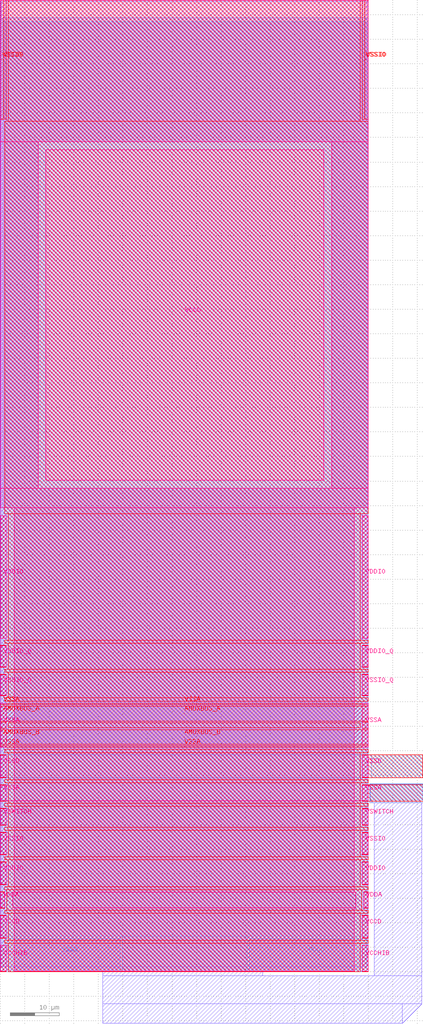
<source format=lef>
VERSION 5.7 ;
  NOWIREEXTENSIONATPIN ON ;
  DIVIDERCHAR "/" ;
  BUSBITCHARS "[]" ;
MACRO sky130_ef_io__vccd_lvc_clamped2_pad
  CLASS PAD POWER ;
  FOREIGN sky130_ef_io__vccd_lvc_clamped2_pad ;
  ORIGIN 0.000 0.000 ;
  SIZE 75.000 BY 197.965 ;
  PIN AMUXBUS_A
    DIRECTION INOUT ;
    USE SIGNAL ;
    PORT
      LAYER met4 ;
        RECT 0.000 51.090 75.000 54.070 ;
    END
    PORT
      LAYER met4 ;
        RECT 0.000 51.090 1.270 54.070 ;
    END
  END AMUXBUS_A
  PIN AMUXBUS_B
    DIRECTION INOUT ;
    USE SIGNAL ;
    PORT
      LAYER met4 ;
        RECT 0.000 46.330 75.000 49.310 ;
    END
    PORT
      LAYER met4 ;
        RECT 0.000 46.330 1.270 49.310 ;
    END
  END AMUXBUS_B
  PIN VSSA
    DIRECTION INOUT ;
    USE GROUND ;
    PORT
      LAYER met5 ;
        RECT 73.730 45.700 75.000 54.700 ;
    END
    PORT
      LAYER met5 ;
        RECT 73.730 34.805 75.000 38.050 ;
    END
    PORT
      LAYER met5 ;
        RECT 0.000 45.700 1.270 54.700 ;
    END
    PORT
      LAYER met5 ;
        RECT 0.000 34.805 1.270 38.050 ;
    END
    PORT
      LAYER met4 ;
        RECT 73.730 49.610 75.000 50.790 ;
    END
    PORT
      LAYER met4 ;
        RECT 0.000 54.370 75.000 54.700 ;
    END
    PORT
      LAYER met4 ;
        RECT 0.000 45.700 75.000 46.030 ;
    END
    PORT
      LAYER met4 ;
        RECT 73.730 34.700 75.000 38.150 ;
    END
    PORT
      LAYER met4 ;
        RECT 0.000 45.700 1.270 46.030 ;
    END
    PORT
      LAYER met4 ;
        RECT 0.000 49.610 1.270 50.790 ;
    END
    PORT
      LAYER met4 ;
        RECT 0.000 54.370 1.270 54.700 ;
    END
    PORT
      LAYER met4 ;
        RECT 0.000 34.700 1.270 38.150 ;
    END
  END VSSA
  PIN VDDA
    DIRECTION INOUT ;
    USE POWER ;
    PORT
      LAYER met5 ;
        RECT 74.035 13.000 75.000 16.250 ;
    END
    PORT
      LAYER met5 ;
        RECT 0.000 13.000 0.965 16.250 ;
    END
    PORT
      LAYER met4 ;
        RECT 74.035 12.900 75.000 16.350 ;
    END
    PORT
      LAYER met4 ;
        RECT 0.000 12.900 0.965 16.350 ;
    END
  END VDDA
  PIN VSWITCH
    DIRECTION INOUT ;
    USE POWER ;
    PORT
      LAYER met5 ;
        RECT 73.730 29.950 75.000 33.200 ;
    END
    PORT
      LAYER met5 ;
        RECT 0.000 29.950 1.270 33.200 ;
    END
    PORT
      LAYER met4 ;
        RECT 73.730 29.850 75.000 33.300 ;
    END
    PORT
      LAYER met4 ;
        RECT 0.000 29.850 1.270 33.300 ;
    END
  END VSWITCH
  PIN VDDIO_Q
    DIRECTION INOUT ;
    USE POWER ;
    PORT
      LAYER met5 ;
        RECT 73.730 62.150 75.000 66.400 ;
    END
    PORT
      LAYER met5 ;
        RECT 0.000 62.150 1.270 66.400 ;
    END
    PORT
      LAYER met4 ;
        RECT 73.730 62.050 75.000 66.500 ;
    END
    PORT
      LAYER met4 ;
        RECT 0.000 62.050 1.270 66.500 ;
    END
  END VDDIO_Q
  PIN VCCHIB
    DIRECTION INOUT ;
    USE POWER ;
    PORT
      LAYER met5 ;
        RECT 73.730 0.100 75.000 5.350 ;
    END
    PORT
      LAYER met5 ;
        RECT 0.000 0.100 1.270 5.350 ;
    END
    PORT
      LAYER met4 ;
        RECT 73.730 0.000 75.000 5.450 ;
    END
    PORT
      LAYER met4 ;
        RECT 0.000 0.000 1.270 5.450 ;
    END
  END VCCHIB
  PIN VDDIO
    DIRECTION INOUT ;
    USE POWER ;
    PORT
      LAYER met5 ;
        RECT 73.730 68.000 75.000 92.950 ;
    END
    PORT
      LAYER met5 ;
        RECT 73.730 17.850 75.000 22.300 ;
    END
    PORT
      LAYER met5 ;
        RECT 0.000 68.000 1.270 92.950 ;
    END
    PORT
      LAYER met5 ;
        RECT 0.000 17.850 1.270 22.300 ;
    END
    PORT
      LAYER met4 ;
        RECT 73.730 17.750 75.000 22.400 ;
    END
    PORT
      LAYER met4 ;
        RECT 73.730 68.000 75.000 92.965 ;
    END
    PORT
      LAYER met4 ;
        RECT 0.000 17.750 1.270 22.400 ;
    END
    PORT
      LAYER met4 ;
        RECT 0.000 68.000 1.270 92.965 ;
    END
  END VDDIO
  PIN VCCD
    DIRECTION INOUT ;
    USE POWER ;
    PORT
      LAYER met5 ;
        RECT 9.315 100.105 65.955 167.535 ;
    END
    PORT
      LAYER met3 ;
        RECT 50.755 -0.035 74.700 6.865 ;
    END
    PORT
      LAYER met3 ;
        RECT 0.500 -0.035 24.500 6.865 ;
    END
    PORT
      LAYER met5 ;
        RECT 73.730 6.950 75.000 11.400 ;
    END
    PORT
      LAYER met5 ;
        RECT 0.000 6.950 1.270 11.400 ;
    END
    PORT
      LAYER met4 ;
        RECT 73.730 6.850 75.000 11.500 ;
    END
    PORT
      LAYER met4 ;
        RECT 0.000 6.850 1.270 11.500 ;
    END
  END VCCD
  PIN VSSIO
    DIRECTION INOUT ;
    USE GROUND ;
    PORT
      LAYER met4 ;
        RECT 74.225 173.750 75.000 197.965 ;
    END
    PORT
      LAYER met4 ;
        RECT 0.000 173.750 0.705 197.965 ;
    END
    PORT
      LAYER met5 ;
        RECT 73.730 23.900 75.000 28.350 ;
    END
    PORT
      LAYER met5 ;
        RECT 0.000 23.900 1.270 28.350 ;
    END
    PORT
      LAYER met4 ;
        RECT 73.730 23.800 75.000 28.450 ;
    END
    PORT
      LAYER met4 ;
        RECT 73.730 173.750 75.000 197.965 ;
    END
    PORT
      LAYER met4 ;
        RECT 0.000 173.750 1.270 197.965 ;
    END
    PORT
      LAYER met4 ;
        RECT 0.000 23.800 1.270 28.450 ;
    END
  END VSSIO
  PIN VSSD
    DIRECTION INOUT ;
    USE GROUND ;
    PORT
      LAYER met5 ;
        RECT 73.730 39.650 75.000 44.100 ;
    END
    PORT
      LAYER met5 ;
        RECT 0.000 39.650 1.270 44.100 ;
    END
    PORT
      LAYER met4 ;
        RECT 73.730 39.550 75.000 44.200 ;
    END
    PORT
      LAYER met4 ;
        RECT 0.000 39.550 1.270 44.200 ;
    END
  END VSSD
  PIN VSSIO_Q
    DIRECTION INOUT ;
    USE GROUND ;
    PORT
      LAYER met5 ;
        RECT 73.730 56.300 75.000 60.550 ;
    END
    PORT
      LAYER met5 ;
        RECT 0.000 56.300 1.270 60.550 ;
    END
    PORT
      LAYER met4 ;
        RECT 73.730 56.200 75.000 60.650 ;
    END
    PORT
      LAYER met4 ;
        RECT 0.000 56.200 1.270 60.650 ;
    END
  END VSSIO_Q
  OBS
      LAYER li1 ;
        RECT 0.240 0.985 74.755 197.745 ;
      LAYER met1 ;
        RECT 0.120 0.000 75.000 197.805 ;
        RECT 75.245 34.455 86.195 38.325 ;
        RECT 16.655 -0.035 56.565 0.000 ;
        RECT 20.925 -0.815 53.535 -0.035 ;
        RECT 76.200 -0.815 85.935 34.455 ;
        RECT 20.925 -6.535 85.935 -0.815 ;
        RECT 20.925 -10.535 81.935 -6.535 ;
        POLYGON 81.935 -6.535 85.935 -6.535 81.935 -10.535 ;
      LAYER met2 ;
        RECT 0.490 44.200 75.000 194.395 ;
        RECT 0.490 39.550 86.140 44.200 ;
        RECT 0.490 0.000 75.000 39.550 ;
        RECT 75.245 34.455 86.195 38.325 ;
        RECT 0.500 -0.035 20.495 0.000 ;
        RECT 20.925 -0.035 53.535 0.000 ;
        RECT 54.095 -0.035 74.700 0.000 ;
      LAYER met3 ;
        RECT 0.490 7.265 75.000 193.570 ;
        RECT 75.605 39.550 86.140 44.200 ;
        RECT 75.440 34.695 86.140 38.160 ;
        RECT 24.900 0.000 50.355 7.265 ;
        RECT 26.000 -0.035 36.880 0.000 ;
        RECT 38.380 -0.035 49.255 0.000 ;
      LAYER met4 ;
        RECT 1.670 173.350 73.330 197.965 ;
        RECT 0.965 93.365 75.000 173.350 ;
        RECT 1.670 67.600 73.330 93.365 ;
        RECT 0.965 66.900 75.000 67.600 ;
        RECT 1.670 61.650 73.330 66.900 ;
        RECT 0.965 61.050 75.000 61.650 ;
        RECT 1.670 55.800 73.330 61.050 ;
        RECT 0.965 55.100 75.000 55.800 ;
        RECT 1.670 49.710 73.330 50.690 ;
        RECT 0.965 44.600 75.000 45.300 ;
        RECT 1.670 39.150 73.330 44.600 ;
        RECT 75.000 39.550 86.140 44.200 ;
        RECT 0.965 38.550 75.000 39.150 ;
        RECT 1.670 34.300 73.330 38.550 ;
        RECT 75.000 34.700 86.165 38.150 ;
        RECT 0.965 33.700 75.000 34.300 ;
        RECT 1.670 29.450 73.330 33.700 ;
        RECT 0.965 28.850 75.000 29.450 ;
        RECT 1.670 23.400 73.330 28.850 ;
        RECT 0.965 22.800 75.000 23.400 ;
        RECT 1.670 17.350 73.330 22.800 ;
        RECT 0.965 16.750 75.000 17.350 ;
        RECT 1.365 12.500 73.635 16.750 ;
        RECT 0.965 11.900 75.000 12.500 ;
        RECT 1.670 6.450 73.330 11.900 ;
        RECT 0.965 5.850 75.000 6.450 ;
        RECT 1.670 0.000 73.330 5.850 ;
      LAYER met5 ;
        RECT 0.000 169.135 75.000 197.965 ;
        RECT 0.000 98.505 7.715 169.135 ;
        RECT 67.555 98.505 75.000 169.135 ;
        RECT 0.000 94.550 75.000 98.505 ;
        RECT 2.870 34.805 72.130 94.550 ;
        RECT 0.000 34.800 75.000 34.805 ;
        RECT 2.870 16.250 72.130 34.800 ;
        RECT 2.565 13.000 72.435 16.250 ;
        RECT 2.870 0.100 72.130 13.000 ;
  END
END sky130_ef_io__vccd_lvc_clamped2_pad
END LIBRARY


</source>
